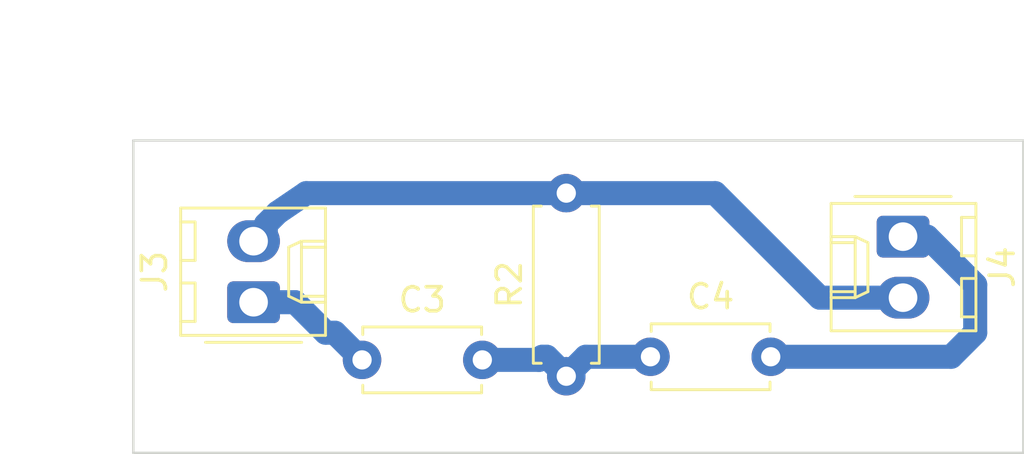
<source format=kicad_pcb>
(kicad_pcb (version 20211014) (generator pcbnew)
  (title_block (title "Filter A + B"))
  (layers (0 "F.Cu" signal) (31 "B.Cu" signal) (34 "B.Paste" user) (35 "F.Paste" user) (36 "B.SilkS" user "B.Silkscreen") (37 "F.SilkS" user "F.Silkscreen") (38 "B.Mask" user) (39 "F.Mask" user) (44 "Edge.Cuts" user))
  (net 0 "")
  (net 1 "Board_0-Net-(C3-Pad1)")
  (net 2 "Board_0-Net-(C3-Pad2)")
  (net 3 "Board_0-Net-(C4-Pad2)")
  (net 4 "Board_0-Net-(J3-Pad2)")
  (footprint "Connector_Molex:Molex_KK-254_AE-6410-02A_1x02_P2.54mm_Vertical" (layer "F.Cu") (at 47 19 -90)
    (fp_text reference "J4" (at 1.27 -4.12 90 unlocked) (layer "F.SilkS"))
    (fp_text value "OUT")
    (fp_line (start 2.54 1.99) (end 2.54 2.99) (layer "F.SilkS") (width 0.12))
    (fp_line (start 0 1.99) (end 0.25 1.46) (layer "F.SilkS") (width 0.12))
    (fp_line (start 0.8 -2.43) (end 0.8 -3.03) (layer "F.SilkS") (width 0.12))
    (fp_line (start 3.92 2.99) (end 3.92 -3.03) (layer "F.SilkS") (width 0.12))
    (fp_line (start -1.38 -3.03) (end -1.38 2.99) (layer "F.SilkS") (width 0.12))
    (fp_line (start 0 2.99) (end 0 1.99) (layer "F.SilkS") (width 0.12))
    (fp_line (start -0.8 -2.43) (end 0.8 -2.43) (layer "F.SilkS") (width 0.12))
    (fp_line (start 3.92 -3.03) (end -1.38 -3.03) (layer "F.SilkS") (width 0.12))
    (fp_line (start -1.67 -2) (end -1.67 2) (layer "F.SilkS") (width 0.12))
    (fp_line (start 0.25 2.99) (end 0.25 1.99) (layer "F.SilkS") (width 0.12))
    (fp_line (start 3.34 -2.43) (end 3.34 -3.03) (layer "F.SilkS") (width 0.12))
    (fp_line (start -0.8 -3.03) (end -0.8 -2.43) (layer "F.SilkS") (width 0.12))
    (fp_line (start 0 1.99) (end 2.54 1.99) (layer "F.SilkS") (width 0.12))
    (fp_line (start 0.25 1.46) (end 2.29 1.46) (layer "F.SilkS") (width 0.12))
    (fp_line (start 2.29 2.99) (end 2.29 1.99) (layer "F.SilkS") (width 0.12))
    (fp_line (start 1.74 -3.03) (end 1.74 -2.43) (layer "F.SilkS") (width 0.12))
    (fp_line (start 2.29 1.46) (end 2.54 1.99) (layer "F.SilkS") (width 0.12))
    (fp_line (start 1.74 -2.43) (end 3.34 -2.43) (layer "F.SilkS") (width 0.12))
    (fp_line (start -1.38 2.99) (end 3.92 2.99) (layer "F.SilkS") (width 0.12))
    (pad "1" thru_hole roundrect (at 0 0 270) (size 1.74 2.19) (drill 1.19) (layers *.Cu *.Mask) (roundrect_rratio 0.143678) (net 3 "Board_0-Net-(C4-Pad2)"))
    (pad "2" thru_hole oval (at 2.54 0 270) (size 1.74 2.19) (drill 1.19) (layers *.Cu *.Mask) (net 4 "Board_0-Net-(J3-Pad2)"))
  )
  (footprint "Resistor_THT:R_Axial_DIN0207_L6.3mm_D2.5mm_P7.62mm_Horizontal" (layer "F.Cu") (at 33 24.81 90)
    (fp_text reference "R2" (at 3.81 -2.37 90 unlocked) (layer "F.SilkS"))
    (fp_text value "1k")
    (fp_line (start 7.08 1.37) (end 7.08 1.04) (layer "F.SilkS") (width 0.12))
    (fp_line (start 7.08 -1.37) (end 7.08 -1.04) (layer "F.SilkS") (width 0.12))
    (fp_line (start 0.54 -1.37) (end 7.08 -1.37) (layer "F.SilkS") (width 0.12))
    (fp_line (start 0.54 1.37) (end 7.08 1.37) (layer "F.SilkS") (width 0.12))
    (fp_line (start 0.54 1.04) (end 0.54 1.37) (layer "F.SilkS") (width 0.12))
    (fp_line (start 0.54 -1.04) (end 0.54 -1.37) (layer "F.SilkS") (width 0.12))
    (pad "1" thru_hole circle (at 0 0 90) (size 1.6 1.6) (drill 0.8) (layers *.Cu *.Mask) (net 2 "Board_0-Net-(C3-Pad2)"))
    (pad "2" thru_hole oval (at 7.62 0 90) (size 1.6 1.6) (drill 0.8) (layers *.Cu *.Mask) (net 4 "Board_0-Net-(J3-Pad2)"))
  )
  (footprint "Capacitor_THT:C_Disc_D4.7mm_W2.5mm_P5.00mm" (layer "F.Cu") (at 24.51 24.13)
    (fp_text reference "C3" (at 2.5 -2.5 unlocked) (layer "F.SilkS"))
    (fp_text value "100nF")
    (fp_line (start 0.03 -1.37) (end 4.97 -1.37) (layer "F.SilkS") (width 0.12))
    (fp_line (start 0.03 1.37) (end 4.97 1.37) (layer "F.SilkS") (width 0.12))
    (fp_line (start 4.97 1.055) (end 4.97 1.37) (layer "F.SilkS") (width 0.12))
    (fp_line (start 0.03 1.055) (end 0.03 1.37) (layer "F.SilkS") (width 0.12))
    (fp_line (start 0.03 -1.37) (end 0.03 -1.055) (layer "F.SilkS") (width 0.12))
    (fp_line (start 4.97 -1.37) (end 4.97 -1.055) (layer "F.SilkS") (width 0.12))
    (pad "1" thru_hole circle (at 0 0) (size 1.6 1.6) (drill 0.8) (layers *.Cu *.Mask) (net 1 "Board_0-Net-(C3-Pad1)"))
    (pad "2" thru_hole circle (at 5 0) (size 1.6 1.6) (drill 0.8) (layers *.Cu *.Mask) (net 2 "Board_0-Net-(C3-Pad2)"))
  )
  (footprint "Capacitor_THT:C_Disc_D4.7mm_W2.5mm_P5.00mm" (layer "F.Cu") (at 36.5 24)
    (fp_text reference "C4" (at 2.5 -2.5 unlocked) (layer "F.SilkS"))
    (fp_text value "100nF")
    (fp_line (start 0.03 1.055) (end 0.03 1.37) (layer "F.SilkS") (width 0.12))
    (fp_line (start 0.03 -1.37) (end 0.03 -1.055) (layer "F.SilkS") (width 0.12))
    (fp_line (start 0.03 -1.37) (end 4.97 -1.37) (layer "F.SilkS") (width 0.12))
    (fp_line (start 4.97 -1.37) (end 4.97 -1.055) (layer "F.SilkS") (width 0.12))
    (fp_line (start 4.97 1.055) (end 4.97 1.37) (layer "F.SilkS") (width 0.12))
    (fp_line (start 0.03 1.37) (end 4.97 1.37) (layer "F.SilkS") (width 0.12))
    (pad "1" thru_hole circle (at 0 0) (size 1.6 1.6) (drill 0.8) (layers *.Cu *.Mask) (net 2 "Board_0-Net-(C3-Pad2)"))
    (pad "2" thru_hole circle (at 5 0) (size 1.6 1.6) (drill 0.8) (layers *.Cu *.Mask) (net 3 "Board_0-Net-(C4-Pad2)"))
  )
  (footprint "kikit:Board" (layer "F.Cu") (at 19 15)
    (fp_text reference "B")
    (fp_text value "Board")
  )
  (footprint "Connector_Molex:Molex_KK-254_AE-6410-02A_1x02_P2.54mm_Vertical" (layer "F.Cu") (at 20 21.73 90)
    (fp_text reference "J3" (at 1.27 -4.12 90 unlocked) (layer "F.SilkS"))
    (fp_text value "IN")
    (fp_line (start 0.25 2.99) (end 0.25 1.99) (layer "F.SilkS") (width 0.12))
    (fp_line (start 3.92 -3.03) (end -1.38 -3.03) (layer "F.SilkS") (width 0.12))
    (fp_line (start -1.38 -3.03) (end -1.38 2.99) (layer "F.SilkS") (width 0.12))
    (fp_line (start -1.67 -2) (end -1.67 2) (layer "F.SilkS") (width 0.12))
    (fp_line (start -0.8 -3.03) (end -0.8 -2.43) (layer "F.SilkS") (width 0.12))
    (fp_line (start 0 1.99) (end 0.25 1.46) (layer "F.SilkS") (width 0.12))
    (fp_line (start 1.74 -2.43) (end 3.34 -2.43) (layer "F.SilkS") (width 0.12))
    (fp_line (start 1.74 -3.03) (end 1.74 -2.43) (layer "F.SilkS") (width 0.12))
    (fp_line (start 3.92 2.99) (end 3.92 -3.03) (layer "F.SilkS") (width 0.12))
    (fp_line (start -0.8 -2.43) (end 0.8 -2.43) (layer "F.SilkS") (width 0.12))
    (fp_line (start 2.54 1.99) (end 2.54 2.99) (layer "F.SilkS") (width 0.12))
    (fp_line (start 0.25 1.46) (end 2.29 1.46) (layer "F.SilkS") (width 0.12))
    (fp_line (start -1.38 2.99) (end 3.92 2.99) (layer "F.SilkS") (width 0.12))
    (fp_line (start 0 1.99) (end 2.54 1.99) (layer "F.SilkS") (width 0.12))
    (fp_line (start 2.29 2.99) (end 2.29 1.99) (layer "F.SilkS") (width 0.12))
    (fp_line (start 2.29 1.46) (end 2.54 1.99) (layer "F.SilkS") (width 0.12))
    (fp_line (start 3.34 -2.43) (end 3.34 -3.03) (layer "F.SilkS") (width 0.12))
    (fp_line (start 0 2.99) (end 0 1.99) (layer "F.SilkS") (width 0.12))
    (fp_line (start 0.8 -2.43) (end 0.8 -3.03) (layer "F.SilkS") (width 0.12))
    (pad "1" thru_hole roundrect (at 0 0 90) (size 1.74 2.19) (drill 1.19) (layers *.Cu *.Mask) (roundrect_rratio 0.143678) (net 1 "Board_0-Net-(C3-Pad1)"))
    (pad "2" thru_hole oval (at 2.54 0 90) (size 1.74 2.19) (drill 1.19) (layers *.Cu *.Mask) (net 4 "Board_0-Net-(J3-Pad2)"))
  )
  (gr_line (start 52 28) (end 15 28) (layer "Edge.Cuts") (width 0.1))
  (gr_line (start 15 28) (end 15 15) (layer "Edge.Cuts") (width 0.1))
  (gr_line (start 52 15) (end 52 28) (layer "Edge.Cuts") (width 0.1))
  (gr_line (start 15 15) (end 52 15) (layer "Edge.Cuts") (width 0.1))
  (gr_line (start 15 15) (end 15 15) (layer "Edge.Cuts") (width 0.1))
  (segment (start 21.73 21.73) (end 20.51 21.73) (width 1) (layer "B.Cu") (net 1))
  (segment (start 23 23) (end 21.73 21.73) (width 1) (layer "B.Cu") (net 1))
  (segment (start 24.51 24.13) (end 23.38 23) (width 1) (layer "B.Cu") (net 1))
  (segment (start 23.38 23) (end 23 23) (width 1) (layer "B.Cu") (net 1))
  (segment (start 33.81 24) (end 33 24.81) (width 1) (layer "B.Cu") (net 2))
  (segment (start 32.19 24) (end 32 24) (width 1) (layer "B.Cu") (net 2))
  (segment (start 32 24) (end 31.87 24.13) (width 1) (layer "B.Cu") (net 2))
  (segment (start 36.5 24) (end 33.81 24) (width 1) (layer "B.Cu") (net 2))
  (segment (start 33 24.81) (end 32.19 24) (width 1) (layer "B.Cu") (net 2))
  (segment (start 31.87 24.13) (end 29.51 24.13) (width 1) (layer "B.Cu") (net 2))
  (segment (start 48 19) (end 50 21) (width 1) (layer "B.Cu") (net 3))
  (segment (start 47 19) (end 48 19) (width 1) (layer "B.Cu") (net 3))
  (segment (start 50 23) (end 49 24) (width 1) (layer "B.Cu") (net 3))
  (segment (start 50 21) (end 50 23) (width 1) (layer "B.Cu") (net 3))
  (segment (start 49 24) (end 41.5 24) (width 1) (layer "B.Cu") (net 3))
  (segment (start 43.54 21.54) (end 47 21.54) (width 1) (layer "B.Cu") (net 4))
  (segment (start 20.51 19.19) (end 20.51 18.49) (width 1) (layer "B.Cu") (net 4))
  (segment (start 33 17.19) (end 39.19 17.19) (width 1) (layer "B.Cu") (net 4))
  (segment (start 21 18) (end 22.19 17.19) (width 1) (layer "B.Cu") (net 4))
  (segment (start 39.19 17.19) (end 43.54 21.54) (width 1) (layer "B.Cu") (net 4))
  (segment (start 22.19 17.19) (end 33 17.19) (width 1) (layer "B.Cu") (net 4))
  (segment (start 20.51 18.49) (end 21 18) (width 1) (layer "B.Cu") (net 4))
)
</source>
